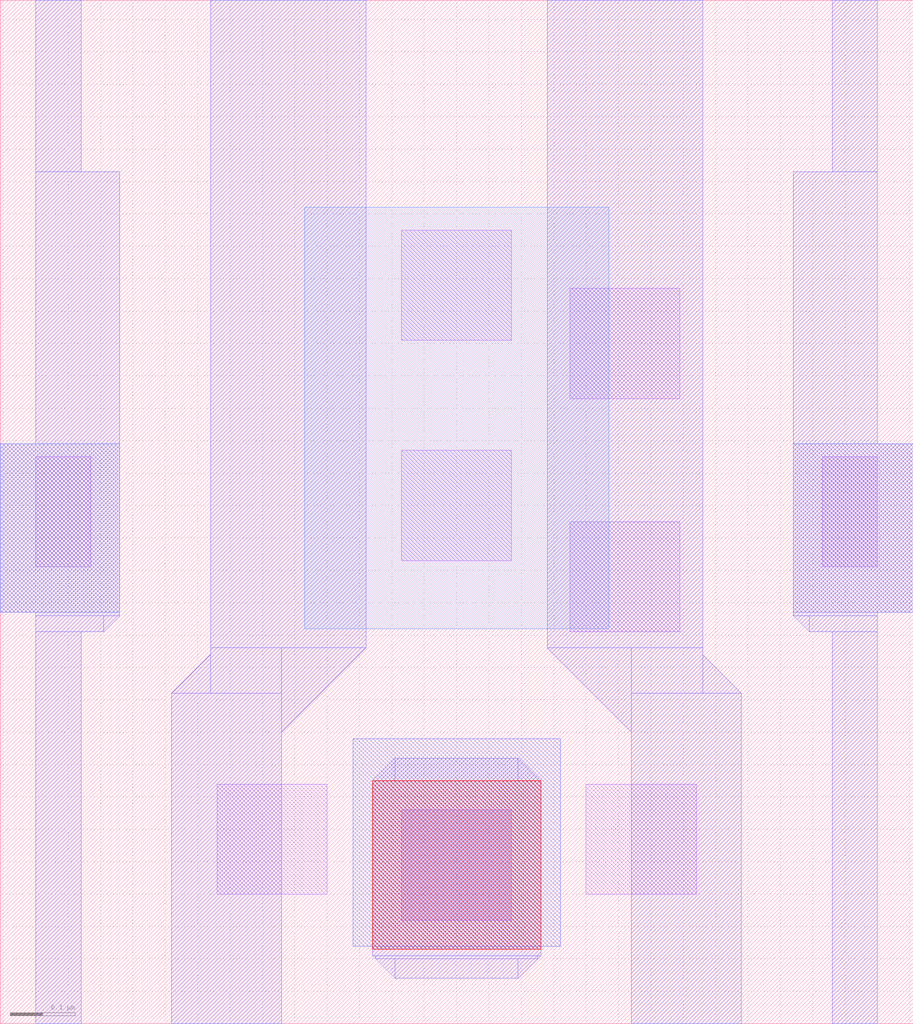
<source format=lef>
# Copyright 2020 The SkyWater PDK Authors
#
# Licensed under the Apache License, Version 2.0 (the "License");
# you may not use this file except in compliance with the License.
# You may obtain a copy of the License at
#
#     https://www.apache.org/licenses/LICENSE-2.0
#
# Unless required by applicable law or agreed to in writing, software
# distributed under the License is distributed on an "AS IS" BASIS,
# WITHOUT WARRANTIES OR CONDITIONS OF ANY KIND, either express or implied.
# See the License for the specific language governing permissions and
# limitations under the License.
#
# SPDX-License-Identifier: Apache-2.0

VERSION 5.7 ;
  NOWIREEXTENSIONATPIN ON ;
  DIVIDERCHAR "/" ;
  BUSBITCHARS "[]" ;
MACRO sky130_fd_bd_sram__sram_sp_wlstrap_p_ce
  CLASS BLOCK ;
  FOREIGN sky130_fd_bd_sram__sram_sp_wlstrap_p_ce ;
  ORIGIN  0.055000  0.000000 ;
  SIZE  1.410000 BY  1.580000 ;
  OBS
    LAYER li1 ;
      RECT 0.000000 0.705000 0.085000 0.875000 ;
      RECT 0.280000 0.200000 0.450000 0.370000 ;
      RECT 0.565000 0.160000 0.735000 0.330000 ;
      RECT 0.565000 0.715000 0.735000 0.885000 ;
      RECT 0.565000 1.055000 0.735000 1.225000 ;
      RECT 0.825000 0.605000 0.995000 0.775000 ;
      RECT 0.825000 0.965000 0.995000 1.135000 ;
      RECT 0.850000 0.200000 1.020000 0.370000 ;
      RECT 1.215000 0.705000 1.300000 0.875000 ;
    LAYER met1 ;
      POLYGON  0.105000 0.630000 0.130000 0.630000 0.105000 0.605000 ;
      POLYGON  0.270000 0.570000 0.270000 0.510000 0.210000 0.510000 ;
      POLYGON  0.380000 0.580000 0.510000 0.580000 0.380000 0.450000 ;
      POLYGON  0.520000 0.105000 0.525000 0.105000 0.525000 0.100000 ;
      POLYGON  0.525000 0.100000 0.555000 0.100000 0.555000 0.070000 ;
      POLYGON  0.555000 0.410000 0.555000 0.375000 0.520000 0.375000 ;
      POLYGON  0.745000 0.100000 0.775000 0.100000 0.745000 0.070000 ;
      POLYGON  0.745000 0.410000 0.780000 0.375000 0.745000 0.375000 ;
      POLYGON  0.775000 0.105000 0.780000 0.105000 0.775000 0.100000 ;
      POLYGON  0.790000 0.580000 0.920000 0.580000 0.920000 0.450000 ;
      POLYGON  1.030000 0.570000 1.090000 0.510000 1.030000 0.510000 ;
      POLYGON  1.170000 0.630000 1.195000 0.630000 1.195000 0.605000 ;
      RECT -0.055000 0.635000 0.130000 0.895000 ;
      RECT  0.000000 0.000000 0.070000 0.605000 ;
      RECT  0.000000 0.605000 0.105000 0.630000 ;
      RECT  0.000000 0.630000 0.130000 0.635000 ;
      RECT  0.000000 0.895000 0.130000 1.315000 ;
      RECT  0.000000 1.315000 0.070000 1.580000 ;
      RECT  0.210000 0.000000 0.380000 0.510000 ;
      RECT  0.270000 0.510000 0.380000 0.580000 ;
      RECT  0.270000 0.580000 0.510000 1.580000 ;
      RECT  0.520000 0.105000 0.780000 0.375000 ;
      RECT  0.525000 0.100000 0.775000 0.105000 ;
      RECT  0.555000 0.070000 0.745000 0.100000 ;
      RECT  0.555000 0.375000 0.745000 0.410000 ;
      RECT  0.790000 0.580000 1.030000 1.580000 ;
      RECT  0.920000 0.000000 1.090000 0.510000 ;
      RECT  0.920000 0.510000 1.030000 0.580000 ;
      RECT  1.170000 0.630000 1.300000 0.635000 ;
      RECT  1.170000 0.635000 1.355000 0.895000 ;
      RECT  1.170000 0.895000 1.300000 1.315000 ;
      RECT  1.195000 0.605000 1.300000 0.630000 ;
      RECT  1.230000 0.000000 1.300000 0.605000 ;
      RECT  1.230000 1.315000 1.300000 1.580000 ;
    LAYER met2 ;
      RECT -0.055000 0.635000 0.130000 0.895000 ;
      RECT  0.490000 0.120000 0.810000 0.440000 ;
      RECT  0.520000 0.115000 0.780000 0.120000 ;
      RECT  1.170000 0.635000 1.355000 0.895000 ;
    LAYER pwell ;
      RECT 0.415000 0.610000 0.885000 1.260000 ;
    LAYER via ;
      RECT 0.520000 0.115000 0.780000 0.375000 ;
  END
END sky130_fd_bd_sram__sram_sp_wlstrap_p_ce
END LIBRARY

</source>
